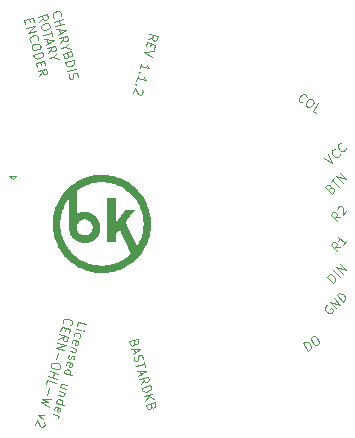
<source format=gto>
%TF.GenerationSoftware,KiCad,Pcbnew,(6.0.2)*%
%TF.CreationDate,2022-05-03T01:00:42+10:00*%
%TF.ProjectId,adapter,61646170-7465-4722-9e6b-696361645f70,1.2*%
%TF.SameCoordinates,Original*%
%TF.FileFunction,Legend,Top*%
%TF.FilePolarity,Positive*%
%FSLAX46Y46*%
G04 Gerber Fmt 4.6, Leading zero omitted, Abs format (unit mm)*
G04 Created by KiCad (PCBNEW (6.0.2)) date 2022-05-03 01:00:42*
%MOMM*%
%LPD*%
G01*
G04 APERTURE LIST*
%ADD10C,0.100000*%
%ADD11C,0.150000*%
%ADD12C,0.120000*%
%ADD13R,2.000000X2.000000*%
%ADD14C,2.000000*%
%ADD15R,3.200000X2.000000*%
%ADD16O,1.700000X1.700000*%
%ADD17R,1.700000X1.700000*%
%ADD18C,4.000000*%
%ADD19C,0.800000*%
G04 APERTURE END LIST*
D10*
X50399976Y-52198693D02*
X50492412Y-51853720D01*
X51216856Y-52047834D01*
X50335272Y-52440175D02*
X50818235Y-52569584D01*
X51059716Y-52634289D02*
X51034462Y-52590548D01*
X50990721Y-52615802D01*
X51015975Y-52659543D01*
X51059716Y-52634289D01*
X50990721Y-52615802D01*
X50194142Y-53104868D02*
X50178131Y-53026630D01*
X50215106Y-52888640D01*
X50268090Y-52828889D01*
X50311831Y-52803635D01*
X50390069Y-52787625D01*
X50597053Y-52843086D01*
X50656804Y-52896071D01*
X50682058Y-52939812D01*
X50698069Y-53018050D01*
X50661094Y-53156039D01*
X50608110Y-53215790D01*
X50037002Y-53691323D02*
X50020991Y-53613085D01*
X50057965Y-53475095D01*
X50110950Y-53415344D01*
X50189188Y-53399334D01*
X50465167Y-53473282D01*
X50524918Y-53526267D01*
X50540928Y-53604505D01*
X50503954Y-53742494D01*
X50450970Y-53802245D01*
X50372732Y-53818256D01*
X50303737Y-53799769D01*
X50327178Y-53436308D01*
X50393032Y-54156462D02*
X49910069Y-54027053D01*
X50324037Y-54137975D02*
X50349291Y-54181716D01*
X50365301Y-54259955D01*
X50337571Y-54363447D01*
X50284586Y-54423198D01*
X50206348Y-54439208D01*
X49826877Y-54337529D01*
X49778183Y-54657249D02*
X49725198Y-54717000D01*
X49688224Y-54854989D01*
X49704234Y-54933228D01*
X49763985Y-54986212D01*
X49798483Y-54995456D01*
X49876721Y-54979445D01*
X49929705Y-54919694D01*
X49957436Y-54816202D01*
X50010420Y-54756451D01*
X50088659Y-54740441D01*
X50123156Y-54749684D01*
X50182907Y-54802669D01*
X50198918Y-54880907D01*
X50171187Y-54984399D01*
X50118202Y-55044150D01*
X49537851Y-55554180D02*
X49521840Y-55475942D01*
X49558814Y-55337952D01*
X49611799Y-55278201D01*
X49690037Y-55262191D01*
X49966016Y-55336139D01*
X50025767Y-55389124D01*
X50041777Y-55467362D01*
X50004803Y-55605351D01*
X49951819Y-55665102D01*
X49873581Y-55681113D01*
X49804586Y-55662626D01*
X49828027Y-55299165D01*
X49327726Y-56200386D02*
X50052170Y-56394500D01*
X49362223Y-56209630D02*
X49346213Y-56131391D01*
X49383187Y-55993402D01*
X49436172Y-55933651D01*
X49479913Y-55908397D01*
X49558151Y-55892387D01*
X49765135Y-55947848D01*
X49824886Y-56000832D01*
X49850140Y-56044573D01*
X49866150Y-56122811D01*
X49829176Y-56260801D01*
X49776192Y-56320552D01*
X49487165Y-57537203D02*
X49004202Y-57407793D01*
X49570357Y-57226727D02*
X49190886Y-57125048D01*
X49112648Y-57141058D01*
X49059663Y-57200809D01*
X49031933Y-57304301D01*
X49047943Y-57382540D01*
X49073197Y-57426280D01*
X49394730Y-57882176D02*
X48911767Y-57752767D01*
X49325735Y-57863689D02*
X49350989Y-57907430D01*
X49366999Y-57985668D01*
X49339269Y-58089160D01*
X49286284Y-58148912D01*
X49208046Y-58164922D01*
X48828575Y-58063243D01*
X48652948Y-58718693D02*
X49377392Y-58912807D01*
X48687445Y-58727936D02*
X48671435Y-58649698D01*
X48708409Y-58511709D01*
X48761393Y-58451957D01*
X48805134Y-58426704D01*
X48883373Y-58410693D01*
X49090357Y-58466155D01*
X49150108Y-58519139D01*
X49175362Y-58562880D01*
X49191372Y-58641118D01*
X49154398Y-58779107D01*
X49101413Y-58838859D01*
X48521061Y-59348889D02*
X48505051Y-59270650D01*
X48542025Y-59132661D01*
X48595010Y-59072910D01*
X48673248Y-59056899D01*
X48949227Y-59130848D01*
X49008978Y-59183832D01*
X49024988Y-59262070D01*
X48988014Y-59400060D01*
X48935030Y-59459811D01*
X48856791Y-59475821D01*
X48787797Y-59457334D01*
X48811237Y-59093874D01*
X48394129Y-59684618D02*
X48877092Y-59814028D01*
X48739102Y-59777054D02*
X48798853Y-59830038D01*
X48824107Y-59873779D01*
X48840118Y-59952017D01*
X48821630Y-60021012D01*
X49284129Y-51973651D02*
X49258875Y-51929910D01*
X49252108Y-51817175D01*
X49270596Y-51748180D01*
X49332823Y-51653931D01*
X49420305Y-51603424D01*
X49498543Y-51587414D01*
X49645776Y-51589890D01*
X49749268Y-51617621D01*
X49878014Y-51689092D01*
X49937766Y-51742077D01*
X49988273Y-51829559D01*
X49995040Y-51942294D01*
X49976553Y-52011289D01*
X49914325Y-52105537D01*
X49870584Y-52130791D01*
X49511413Y-52367319D02*
X49446709Y-52608801D01*
X49039507Y-52610614D02*
X49131942Y-52265640D01*
X49856387Y-52459754D01*
X49763951Y-52804728D01*
X48845393Y-53335058D02*
X49255071Y-53186012D01*
X48956315Y-52921090D02*
X49680760Y-53115204D01*
X49606811Y-53391183D01*
X49553827Y-53450934D01*
X49510086Y-53476188D01*
X49431848Y-53492198D01*
X49328356Y-53464468D01*
X49268605Y-53411483D01*
X49243351Y-53367742D01*
X49227340Y-53289504D01*
X49301289Y-53013525D01*
X48762201Y-53645534D02*
X49486645Y-53839649D01*
X48651279Y-54059502D01*
X49375723Y-54253617D01*
X48834822Y-54478424D02*
X48686925Y-55030382D01*
X49005981Y-55633511D02*
X48969007Y-55771500D01*
X48916023Y-55831251D01*
X48828541Y-55881759D01*
X48681308Y-55879282D01*
X48439827Y-55814577D01*
X48311081Y-55743106D01*
X48260573Y-55655624D01*
X48244563Y-55577386D01*
X48281537Y-55439396D01*
X48334521Y-55379645D01*
X48422003Y-55329138D01*
X48569236Y-55331614D01*
X48810718Y-55396319D01*
X48939463Y-55467791D01*
X48989971Y-55555273D01*
X49005981Y-55633511D01*
X48115153Y-56060349D02*
X48839598Y-56254463D01*
X48494624Y-56162028D02*
X48383702Y-56575996D01*
X48004231Y-56474317D02*
X48728675Y-56668431D01*
X47819360Y-57164264D02*
X47911796Y-56819291D01*
X48636240Y-57013405D01*
X48030634Y-57479694D02*
X47882738Y-58031651D01*
X48257255Y-58427796D02*
X47486593Y-58406169D01*
X47967079Y-58682811D01*
X47412645Y-58682147D01*
X48090871Y-59048749D01*
X47646032Y-59742985D02*
X47116851Y-59786063D01*
X47553597Y-60087959D01*
X47661379Y-60375658D02*
X47686632Y-60419399D01*
X47702643Y-60497637D01*
X47656425Y-60670124D01*
X47603441Y-60729875D01*
X47559700Y-60755129D01*
X47481461Y-60771139D01*
X47412467Y-60752652D01*
X47318218Y-60690424D01*
X47015172Y-60165534D01*
X46895006Y-60613999D01*
X72751522Y-43028299D02*
X72322208Y-42952538D01*
X72448477Y-43331345D02*
X71918147Y-42801015D01*
X72120177Y-42598984D01*
X72195938Y-42573730D01*
X72246446Y-42573730D01*
X72322208Y-42598984D01*
X72397969Y-42674746D01*
X72423223Y-42750507D01*
X72423223Y-42801015D01*
X72397969Y-42876776D01*
X72195938Y-43078807D01*
X72473730Y-42346446D02*
X72473730Y-42295938D01*
X72498984Y-42220177D01*
X72625253Y-42093908D01*
X72701015Y-42068654D01*
X72751522Y-42068654D01*
X72827284Y-42093908D01*
X72877791Y-42144416D01*
X72928299Y-42245431D01*
X72928299Y-42851522D01*
X73256599Y-42523223D01*
X71640354Y-50458896D02*
X71564593Y-50484150D01*
X71488832Y-50559912D01*
X71438324Y-50660927D01*
X71438324Y-50761942D01*
X71463578Y-50837704D01*
X71539339Y-50963973D01*
X71615101Y-51039734D01*
X71741370Y-51115496D01*
X71817131Y-51140749D01*
X71918146Y-51140749D01*
X72019162Y-51090242D01*
X72069669Y-51039734D01*
X72120177Y-50938719D01*
X72120177Y-50888211D01*
X71943400Y-50711435D01*
X71842385Y-50812450D01*
X72397969Y-50711435D02*
X71867639Y-50181105D01*
X72701015Y-50408389D01*
X72170685Y-49878059D01*
X72953553Y-50155851D02*
X72423223Y-49625521D01*
X72549492Y-49499252D01*
X72650507Y-49448744D01*
X72751522Y-49448744D01*
X72827284Y-49473998D01*
X72953553Y-49549759D01*
X73029314Y-49625521D01*
X73105076Y-49751790D01*
X73130329Y-49827551D01*
X73130329Y-49928566D01*
X73079822Y-50029582D01*
X72953553Y-50155851D01*
X71892892Y-40564062D02*
X71993907Y-40513554D01*
X72044415Y-40513554D01*
X72120176Y-40538808D01*
X72195938Y-40614569D01*
X72221192Y-40690331D01*
X72221192Y-40740838D01*
X72195938Y-40816600D01*
X71993907Y-41018630D01*
X71463577Y-40488300D01*
X71640354Y-40311523D01*
X71716115Y-40286270D01*
X71766623Y-40286270D01*
X71842384Y-40311523D01*
X71892892Y-40362031D01*
X71918146Y-40437792D01*
X71918146Y-40488300D01*
X71892892Y-40564062D01*
X71716115Y-40740838D01*
X71918146Y-40033731D02*
X72221192Y-39730686D01*
X72599999Y-40412539D02*
X72069669Y-39882209D01*
X72928298Y-40084239D02*
X72397968Y-39553909D01*
X73231344Y-39781193D01*
X72701014Y-39250863D01*
X55294615Y-53647087D02*
X55287848Y-53759822D01*
X55262594Y-53803563D01*
X55202843Y-53856548D01*
X55099351Y-53884278D01*
X55021113Y-53868268D01*
X54977372Y-53843014D01*
X54924388Y-53783263D01*
X54850439Y-53507284D01*
X55574884Y-53313170D01*
X55639588Y-53554651D01*
X55623578Y-53632890D01*
X55598324Y-53676631D01*
X55538573Y-53729615D01*
X55469578Y-53748102D01*
X55391340Y-53732092D01*
X55347599Y-53706838D01*
X55294615Y-53647087D01*
X55229910Y-53405605D01*
X55242294Y-54141770D02*
X55334730Y-54486744D01*
X55016823Y-54128237D02*
X55805972Y-54175604D01*
X55146232Y-54611200D01*
X55236191Y-54808940D02*
X55229424Y-54921676D01*
X55275642Y-55094162D01*
X55328626Y-55153914D01*
X55372367Y-55179167D01*
X55450606Y-55195178D01*
X55519600Y-55176691D01*
X55579351Y-55123706D01*
X55604605Y-55079965D01*
X55620616Y-55001727D01*
X55618139Y-54854494D01*
X55634149Y-54776256D01*
X55659403Y-54732515D01*
X55719154Y-54679531D01*
X55788149Y-54661044D01*
X55866387Y-54677054D01*
X55910128Y-54702308D01*
X55963112Y-54762059D01*
X56009330Y-54934546D01*
X56002563Y-55047281D01*
X56092522Y-55245022D02*
X56203444Y-55658990D01*
X55423539Y-55646120D02*
X56147983Y-55452006D01*
X55741445Y-56004627D02*
X55833881Y-56349601D01*
X55515974Y-55991094D02*
X56305123Y-56038461D01*
X55645384Y-56474056D01*
X55821011Y-57129506D02*
X56101279Y-56795589D01*
X55710088Y-56715538D02*
X56434533Y-56521424D01*
X56508481Y-56797402D01*
X56492471Y-56875641D01*
X56467217Y-56919382D01*
X56407466Y-56972366D01*
X56303974Y-57000097D01*
X56225735Y-56984086D01*
X56181995Y-56958833D01*
X56129010Y-56899081D01*
X56055062Y-56623103D01*
X55904203Y-57439982D02*
X56628647Y-57245868D01*
X56674865Y-57418355D01*
X56668098Y-57531090D01*
X56617590Y-57618572D01*
X56557839Y-57671557D01*
X56429093Y-57743028D01*
X56325601Y-57770759D01*
X56178368Y-57773235D01*
X56100130Y-57757225D01*
X56012648Y-57706718D01*
X55950420Y-57612469D01*
X55904203Y-57439982D01*
X56098317Y-58164427D02*
X56822761Y-57970312D01*
X56209239Y-58578395D02*
X56540016Y-58156996D01*
X56933684Y-58384281D02*
X56408793Y-58081235D01*
X56736607Y-59028674D02*
X56729840Y-59141409D01*
X56704586Y-59185150D01*
X56644835Y-59238134D01*
X56541343Y-59265865D01*
X56463105Y-59249855D01*
X56419364Y-59224601D01*
X56366379Y-59164850D01*
X56292431Y-58888871D01*
X57016875Y-58694757D01*
X57081580Y-58936238D01*
X57065570Y-59014476D01*
X57040316Y-59058217D01*
X56980565Y-59111202D01*
X56911570Y-59129689D01*
X56833332Y-59113679D01*
X56789591Y-59088425D01*
X56736607Y-59028674D01*
X56671902Y-58787192D01*
X69529370Y-33289112D02*
X69479630Y-33297882D01*
X69371379Y-33265683D01*
X69312868Y-33224714D01*
X69245587Y-33134003D01*
X69228046Y-33034523D01*
X69239760Y-32955527D01*
X69292444Y-32818021D01*
X69353898Y-32730254D01*
X69465093Y-32633717D01*
X69535319Y-32595691D01*
X69634799Y-32578150D01*
X69743050Y-32610349D01*
X69801561Y-32651319D01*
X69868843Y-32742029D01*
X69877613Y-32791770D01*
X70298904Y-32999562D02*
X70415925Y-33081502D01*
X70453951Y-33151727D01*
X70471492Y-33251207D01*
X70418808Y-33388714D01*
X70275414Y-33593502D01*
X70164219Y-33690039D01*
X70064739Y-33707580D01*
X69985743Y-33695866D01*
X69868721Y-33613926D01*
X69830695Y-33543701D01*
X69813154Y-33444220D01*
X69865838Y-33306714D01*
X70009232Y-33101926D01*
X70120427Y-33005389D01*
X70219908Y-32987848D01*
X70298904Y-32999562D01*
X70687873Y-34187503D02*
X70395319Y-33982654D01*
X70825501Y-33368290D01*
X70023891Y-54307926D02*
X69593709Y-53693562D01*
X69739986Y-53591138D01*
X69848237Y-53558939D01*
X69947718Y-53576480D01*
X70017943Y-53614506D01*
X70129138Y-53711043D01*
X70190593Y-53798809D01*
X70243277Y-53936316D01*
X70254991Y-54015311D01*
X70237450Y-54114792D01*
X70170168Y-54205502D01*
X70023891Y-54307926D01*
X70325095Y-53181441D02*
X70442116Y-53099501D01*
X70521112Y-53087787D01*
X70620593Y-53105328D01*
X70731788Y-53201865D01*
X70875182Y-53406653D01*
X70927866Y-53544159D01*
X70910325Y-53643640D01*
X70872299Y-53713865D01*
X70755277Y-53795805D01*
X70676281Y-53807519D01*
X70576801Y-53789978D01*
X70465606Y-53693441D01*
X70322212Y-53488653D01*
X70269528Y-53351146D01*
X70287069Y-53251666D01*
X70325095Y-53181441D01*
X48494588Y-26113042D02*
X48450847Y-26087788D01*
X48388619Y-25993540D01*
X48370132Y-25924545D01*
X48376899Y-25811810D01*
X48427406Y-25724328D01*
X48487157Y-25671343D01*
X48615903Y-25599872D01*
X48719395Y-25572141D01*
X48866628Y-25569664D01*
X48944866Y-25585675D01*
X49032348Y-25636182D01*
X49094576Y-25730431D01*
X49113063Y-25799426D01*
X49106297Y-25912161D01*
X49081043Y-25955902D01*
X48508785Y-26442005D02*
X49233229Y-26247891D01*
X48888256Y-26340326D02*
X48999178Y-26754295D01*
X48619707Y-26855974D02*
X49344152Y-26661859D01*
X48909883Y-27110989D02*
X49002319Y-27455962D01*
X48684412Y-27097455D02*
X49473561Y-27144822D01*
X48813822Y-27580418D01*
X48989449Y-28235868D02*
X49269718Y-27901951D01*
X48878526Y-27821899D02*
X49602971Y-27627785D01*
X49676919Y-27903764D01*
X49660909Y-27982002D01*
X49635655Y-28025743D01*
X49575904Y-28078728D01*
X49472412Y-28106458D01*
X49394173Y-28090448D01*
X49350433Y-28065194D01*
X49297448Y-28005443D01*
X49223500Y-27729464D01*
X49454588Y-28591898D02*
X49109615Y-28684333D01*
X49769354Y-28248737D02*
X49454588Y-28591898D01*
X49898764Y-28731700D01*
X49683200Y-29307099D02*
X49676433Y-29419834D01*
X49651179Y-29463575D01*
X49591428Y-29516560D01*
X49487936Y-29544290D01*
X49409698Y-29528280D01*
X49365957Y-29503026D01*
X49312973Y-29443275D01*
X49239024Y-29167296D01*
X49963469Y-28973182D01*
X50028173Y-29214663D01*
X50012163Y-29292902D01*
X49986909Y-29336642D01*
X49927158Y-29389627D01*
X49858163Y-29408114D01*
X49779925Y-29392104D01*
X49736184Y-29366850D01*
X49683200Y-29307099D01*
X49618495Y-29065617D01*
X49433139Y-29891741D02*
X50157583Y-29697626D01*
X50203801Y-29870113D01*
X50197034Y-29982849D01*
X50146526Y-30070330D01*
X50086775Y-30123315D01*
X49958029Y-30194786D01*
X49854537Y-30222517D01*
X49707304Y-30224994D01*
X49629066Y-30208983D01*
X49541584Y-30158476D01*
X49479356Y-30064227D01*
X49433139Y-29891741D01*
X49627253Y-30616185D02*
X50351697Y-30422071D01*
X49744942Y-30917417D02*
X49738175Y-31030153D01*
X49784393Y-31202640D01*
X49837377Y-31262391D01*
X49881118Y-31287645D01*
X49959357Y-31303655D01*
X50028351Y-31285168D01*
X50088102Y-31232184D01*
X50113356Y-31188443D01*
X50129367Y-31110204D01*
X50126890Y-30962972D01*
X50142900Y-30884733D01*
X50168154Y-30840992D01*
X50227905Y-30788008D01*
X50296900Y-30769521D01*
X50375138Y-30785531D01*
X50418879Y-30810785D01*
X50471863Y-30870536D01*
X50518081Y-31043023D01*
X50511314Y-31155758D01*
X47259238Y-26444053D02*
X47539507Y-26110136D01*
X47148316Y-26030085D02*
X47872760Y-25835971D01*
X47946708Y-26111950D01*
X47930698Y-26190188D01*
X47905444Y-26233929D01*
X47845693Y-26286913D01*
X47742201Y-26314644D01*
X47663963Y-26298633D01*
X47620222Y-26273380D01*
X47567237Y-26213628D01*
X47493289Y-25937650D01*
X48103848Y-26698405D02*
X48140823Y-26836394D01*
X48124812Y-26914632D01*
X48074305Y-27002114D01*
X47945559Y-27073585D01*
X47704077Y-27138290D01*
X47556844Y-27140767D01*
X47469363Y-27090259D01*
X47416378Y-27030508D01*
X47379404Y-26892519D01*
X47395414Y-26814281D01*
X47445922Y-26726799D01*
X47574668Y-26655327D01*
X47816149Y-26590623D01*
X47963382Y-26588146D01*
X48050864Y-26638653D01*
X48103848Y-26698405D01*
X48242501Y-27215865D02*
X48353424Y-27629833D01*
X47573518Y-27616963D02*
X48297963Y-27422849D01*
X47891425Y-27975470D02*
X47983860Y-28320444D01*
X47665954Y-27961937D02*
X48455103Y-28009304D01*
X47795363Y-28444900D01*
X47970990Y-29100349D02*
X48251259Y-28766432D01*
X47860068Y-28686381D02*
X48584512Y-28492267D01*
X48658461Y-28768246D01*
X48642450Y-28846484D01*
X48617197Y-28890225D01*
X48557445Y-28943209D01*
X48453953Y-28970940D01*
X48375715Y-28954929D01*
X48331974Y-28929676D01*
X48278990Y-28869924D01*
X48205041Y-28593946D01*
X48436130Y-29456379D02*
X48091156Y-29548815D01*
X48750896Y-29113219D02*
X48436130Y-29456379D01*
X48880306Y-29596182D01*
X46361431Y-26240930D02*
X46426136Y-26482412D01*
X46074396Y-26687583D02*
X45981961Y-26342609D01*
X46706405Y-26148495D01*
X46798840Y-26493468D01*
X46157588Y-26998059D02*
X46882032Y-26803944D01*
X46268510Y-27412027D01*
X46992955Y-27217913D01*
X46540863Y-28152482D02*
X46497122Y-28127228D01*
X46434894Y-28032979D01*
X46416407Y-27963985D01*
X46423174Y-27851249D01*
X46473681Y-27763767D01*
X46533432Y-27710783D01*
X46662178Y-27639311D01*
X46765670Y-27611581D01*
X46912903Y-27609104D01*
X46991141Y-27625114D01*
X47078623Y-27675622D01*
X47140851Y-27769870D01*
X47159338Y-27838865D01*
X47152572Y-27951601D01*
X47127318Y-27995341D01*
X47316478Y-28425320D02*
X47353453Y-28563309D01*
X47337442Y-28641548D01*
X47286935Y-28729029D01*
X47158189Y-28800501D01*
X46916707Y-28865206D01*
X46769474Y-28867682D01*
X46681993Y-28817175D01*
X46629008Y-28757424D01*
X46592034Y-28619434D01*
X46608044Y-28541196D01*
X46658552Y-28453714D01*
X46787298Y-28382243D01*
X47028779Y-28317538D01*
X47176012Y-28315061D01*
X47263494Y-28365569D01*
X47316478Y-28425320D01*
X46758418Y-29240387D02*
X47482862Y-29046272D01*
X47529080Y-29218759D01*
X47522313Y-29331495D01*
X47471805Y-29418976D01*
X47412054Y-29471961D01*
X47283308Y-29543432D01*
X47179816Y-29571163D01*
X47032583Y-29573640D01*
X46954345Y-29557629D01*
X46866863Y-29507122D01*
X46804635Y-29412873D01*
X46758418Y-29240387D01*
X47332003Y-29863152D02*
X47396708Y-30104633D01*
X47044967Y-30309804D02*
X46952532Y-29964831D01*
X47676976Y-29770717D01*
X47769412Y-30115690D01*
X47239082Y-31034249D02*
X47519350Y-30700332D01*
X47128159Y-30620281D02*
X47852604Y-30426166D01*
X47926552Y-30702145D01*
X47910542Y-30780383D01*
X47885288Y-30824124D01*
X47825537Y-30877109D01*
X47722045Y-30904839D01*
X47643806Y-30888829D01*
X47600065Y-30863575D01*
X47547081Y-30803824D01*
X47473133Y-30527845D01*
X71362562Y-38036688D02*
X72069669Y-38390242D01*
X71716115Y-37683135D01*
X72675760Y-37683135D02*
X72675760Y-37733643D01*
X72625253Y-37834658D01*
X72574745Y-37885166D01*
X72473730Y-37935673D01*
X72372714Y-37935673D01*
X72296953Y-37910419D01*
X72170684Y-37834658D01*
X72094922Y-37758896D01*
X72019161Y-37632627D01*
X71993907Y-37556866D01*
X71993907Y-37455851D01*
X72044415Y-37354835D01*
X72094922Y-37304328D01*
X72195938Y-37253820D01*
X72246445Y-37253820D01*
X73206090Y-37152805D02*
X73206090Y-37203313D01*
X73155583Y-37304328D01*
X73105075Y-37354835D01*
X73004060Y-37405343D01*
X72903044Y-37405343D01*
X72827283Y-37380089D01*
X72701014Y-37304328D01*
X72625253Y-37228566D01*
X72549491Y-37102297D01*
X72524237Y-37026536D01*
X72524237Y-36925521D01*
X72574745Y-36824505D01*
X72625253Y-36773998D01*
X72726268Y-36723490D01*
X72776775Y-36723490D01*
X72751522Y-45568299D02*
X72322208Y-45492538D01*
X72448477Y-45871345D02*
X71918147Y-45341015D01*
X72120177Y-45138984D01*
X72195938Y-45113730D01*
X72246446Y-45113730D01*
X72322208Y-45138984D01*
X72397969Y-45214746D01*
X72423223Y-45290507D01*
X72423223Y-45341015D01*
X72397969Y-45416776D01*
X72195938Y-45618807D01*
X73256599Y-45063223D02*
X72953553Y-45366269D01*
X73105076Y-45214746D02*
X72574746Y-44684416D01*
X72600000Y-44810685D01*
X72600000Y-44911700D01*
X72574746Y-44987461D01*
X72145431Y-48562868D02*
X71615101Y-48032538D01*
X71741370Y-47906269D01*
X71842385Y-47855761D01*
X71943400Y-47855761D01*
X72019162Y-47881015D01*
X72145431Y-47956776D01*
X72221192Y-48032538D01*
X72296954Y-48158807D01*
X72322207Y-48234568D01*
X72322207Y-48335583D01*
X72271700Y-48436599D01*
X72145431Y-48562868D01*
X72675761Y-48032538D02*
X72145431Y-47502208D01*
X72928299Y-47780000D02*
X72397969Y-47249669D01*
X73231345Y-47476954D01*
X72701015Y-46946624D01*
X56426887Y-27892345D02*
X56836565Y-27743299D01*
X56537809Y-27478377D02*
X57262254Y-27672491D01*
X57188305Y-27948470D01*
X57135321Y-28008221D01*
X57091580Y-28033475D01*
X57013342Y-28049485D01*
X56909850Y-28021754D01*
X56850099Y-27968770D01*
X56824845Y-27925029D01*
X56808835Y-27846791D01*
X56882783Y-27570812D01*
X56723166Y-28304500D02*
X56658461Y-28545981D01*
X56251260Y-28547795D02*
X56343695Y-28202821D01*
X57068139Y-28396935D01*
X56975704Y-28741909D01*
X56920243Y-28948893D02*
X56131094Y-28996260D01*
X56790833Y-29431856D01*
X55752109Y-30410651D02*
X55863031Y-29996683D01*
X55807570Y-30203667D02*
X56532014Y-30397782D01*
X56447009Y-30301056D01*
X56396502Y-30213575D01*
X56380491Y-30135336D01*
X55737912Y-30739615D02*
X55694171Y-30764869D01*
X55668917Y-30721128D01*
X55712658Y-30695874D01*
X55737912Y-30739615D01*
X55668917Y-30721128D01*
X55474803Y-31445572D02*
X55585725Y-31031604D01*
X55530264Y-31238588D02*
X56254708Y-31432702D01*
X56169703Y-31335977D01*
X56119196Y-31248495D01*
X56103185Y-31170257D01*
X55460605Y-31774535D02*
X55416865Y-31799789D01*
X55391611Y-31756048D01*
X55435352Y-31730794D01*
X55460605Y-31774535D01*
X55391611Y-31756048D01*
X55963869Y-32242152D02*
X55989122Y-32285892D01*
X56005133Y-32364131D01*
X55958915Y-32536617D01*
X55905931Y-32596369D01*
X55862190Y-32621622D01*
X55783951Y-32637633D01*
X55714957Y-32619146D01*
X55620708Y-32556918D01*
X55317662Y-32032027D01*
X55197496Y-32480493D01*
D11*
%TO.C,*%
D12*
%TO.C,SW1*%
X45300000Y-39500000D02*
X45000000Y-39800000D01*
X44700000Y-39500000D02*
X45300000Y-39500000D01*
X45000000Y-39800000D02*
X44700000Y-39500000D01*
%TO.C,G\u002A\u002A\u002A*%
G36*
X48392480Y-43521094D02*
G01*
X48393991Y-43439711D01*
X48396466Y-43364345D01*
X48400048Y-43293199D01*
X48404876Y-43224479D01*
X48411092Y-43156391D01*
X48418836Y-43087139D01*
X48428248Y-43014929D01*
X48436807Y-42955603D01*
X48467030Y-42779836D01*
X48504755Y-42606106D01*
X48549846Y-42434629D01*
X48602165Y-42265621D01*
X48661575Y-42099299D01*
X48727938Y-41935880D01*
X48801116Y-41775580D01*
X48880973Y-41618616D01*
X48967371Y-41465204D01*
X49060172Y-41315562D01*
X49159239Y-41169905D01*
X49264435Y-41028450D01*
X49375622Y-40891414D01*
X49492663Y-40759014D01*
X49615420Y-40631466D01*
X49743756Y-40508986D01*
X49877533Y-40391792D01*
X50016614Y-40280099D01*
X50160862Y-40174126D01*
X50233055Y-40124575D01*
X50385036Y-40027312D01*
X50540973Y-39936785D01*
X50700589Y-39853137D01*
X50863607Y-39776510D01*
X51029751Y-39707045D01*
X51098964Y-39680572D01*
X51256020Y-39625552D01*
X51413622Y-39577290D01*
X51572576Y-39535613D01*
X51733687Y-39500345D01*
X51897760Y-39471309D01*
X52065600Y-39448330D01*
X52238012Y-39431233D01*
X52243692Y-39430775D01*
X52297379Y-39427218D01*
X52357441Y-39424555D01*
X52422450Y-39422777D01*
X52490980Y-39421875D01*
X52561604Y-39421837D01*
X52632894Y-39422656D01*
X52703422Y-39424321D01*
X52771763Y-39426823D01*
X52836489Y-39430153D01*
X52896172Y-39434300D01*
X52907359Y-39435225D01*
X53085810Y-39454336D01*
X53262779Y-39481108D01*
X53438047Y-39515448D01*
X53611395Y-39557266D01*
X53782605Y-39606470D01*
X53951456Y-39662969D01*
X54117730Y-39726671D01*
X54281208Y-39797485D01*
X54441671Y-39875319D01*
X54598899Y-39960082D01*
X54752674Y-40051683D01*
X54902775Y-40150029D01*
X55048985Y-40255030D01*
X55191084Y-40366594D01*
X55243469Y-40410275D01*
X55323807Y-40480631D01*
X55405778Y-40556721D01*
X55487924Y-40637059D01*
X55568793Y-40720156D01*
X55646929Y-40804525D01*
X55720876Y-40888678D01*
X55775991Y-40954783D01*
X55887030Y-41097589D01*
X55991305Y-41244268D01*
X56088758Y-41394608D01*
X56179331Y-41548394D01*
X56262967Y-41705412D01*
X56339606Y-41865449D01*
X56409192Y-42028291D01*
X56471667Y-42193724D01*
X56526973Y-42361535D01*
X56575052Y-42531508D01*
X56615846Y-42703432D01*
X56649297Y-42877091D01*
X56675348Y-43052272D01*
X56693941Y-43228762D01*
X56705017Y-43406346D01*
X56708520Y-43584810D01*
X56704390Y-43763941D01*
X56692571Y-43943525D01*
X56673005Y-44123348D01*
X56659254Y-44220105D01*
X56628282Y-44395876D01*
X56589851Y-44569464D01*
X56544103Y-44740663D01*
X56491183Y-44909268D01*
X56431231Y-45075075D01*
X56364389Y-45237878D01*
X56290802Y-45397472D01*
X56210609Y-45553652D01*
X56123955Y-45706213D01*
X56030982Y-45854950D01*
X55931831Y-45999658D01*
X55826645Y-46140133D01*
X55715566Y-46276168D01*
X55598738Y-46407559D01*
X55476301Y-46534101D01*
X55348399Y-46655589D01*
X55215173Y-46771818D01*
X55076767Y-46882583D01*
X54933322Y-46987678D01*
X54784981Y-47086900D01*
X54631886Y-47180042D01*
X54586162Y-47206144D01*
X54426849Y-47291283D01*
X54264544Y-47369175D01*
X54099382Y-47439776D01*
X53931495Y-47503045D01*
X53761020Y-47558938D01*
X53588088Y-47607413D01*
X53412836Y-47648428D01*
X53235396Y-47681940D01*
X53055903Y-47707906D01*
X52976082Y-47716953D01*
X52921137Y-47722009D01*
X52860394Y-47726445D01*
X52795379Y-47730217D01*
X52727618Y-47733282D01*
X52658638Y-47735596D01*
X52589965Y-47737117D01*
X52523125Y-47737801D01*
X52459645Y-47737604D01*
X52401050Y-47736483D01*
X52353648Y-47734644D01*
X52171100Y-47721568D01*
X51990398Y-47700915D01*
X51811704Y-47672744D01*
X51635174Y-47637117D01*
X51460968Y-47594094D01*
X51289244Y-47543736D01*
X51120160Y-47486103D01*
X50953877Y-47421257D01*
X50790551Y-47349256D01*
X50630342Y-47270164D01*
X50473409Y-47184039D01*
X50319909Y-47090943D01*
X50170003Y-46990936D01*
X50023847Y-46884080D01*
X49924783Y-46805991D01*
X49841872Y-46736437D01*
X49757556Y-46661531D01*
X49673324Y-46582730D01*
X49590661Y-46501488D01*
X49511057Y-46419260D01*
X49435998Y-46337501D01*
X49380275Y-46273469D01*
X49265438Y-46131966D01*
X49157242Y-45986276D01*
X49055730Y-45836476D01*
X48960949Y-45682645D01*
X48872944Y-45524862D01*
X48791761Y-45363206D01*
X48717445Y-45197754D01*
X48650042Y-45028586D01*
X48633622Y-44983911D01*
X48580683Y-44826791D01*
X48533762Y-44665450D01*
X48493098Y-44500992D01*
X48458932Y-44334517D01*
X48431505Y-44167128D01*
X48411057Y-43999924D01*
X48405225Y-43937359D01*
X48400826Y-43881593D01*
X48397361Y-43827904D01*
X48394779Y-43774693D01*
X48393034Y-43720359D01*
X48392074Y-43663300D01*
X48391852Y-43601916D01*
X48392031Y-43576073D01*
X49022504Y-43576073D01*
X49022818Y-43641015D01*
X49023920Y-43700300D01*
X49025910Y-43756093D01*
X49028892Y-43810559D01*
X49032968Y-43865865D01*
X49038239Y-43924177D01*
X49039543Y-43937359D01*
X49059941Y-44101746D01*
X49087956Y-44264414D01*
X49123499Y-44425143D01*
X49166476Y-44583714D01*
X49216797Y-44739908D01*
X49274370Y-44893505D01*
X49339104Y-45044286D01*
X49410906Y-45192031D01*
X49489687Y-45336521D01*
X49575353Y-45477537D01*
X49667814Y-45614859D01*
X49766977Y-45748267D01*
X49824815Y-45820470D01*
X49912655Y-45922828D01*
X50006748Y-46024122D01*
X50105508Y-46122774D01*
X50207352Y-46217205D01*
X50310695Y-46305835D01*
X50317486Y-46311406D01*
X50446758Y-46412188D01*
X50580383Y-46506671D01*
X50718044Y-46594731D01*
X50859427Y-46676242D01*
X51004217Y-46751079D01*
X51152098Y-46819118D01*
X51302757Y-46880233D01*
X51455877Y-46934299D01*
X51611144Y-46981192D01*
X51768242Y-47020786D01*
X51926858Y-47052956D01*
X52086674Y-47077578D01*
X52247378Y-47094525D01*
X52300633Y-47098418D01*
X52324391Y-47099970D01*
X52346930Y-47101454D01*
X52366431Y-47102750D01*
X52381074Y-47103736D01*
X52387028Y-47104148D01*
X52399182Y-47104648D01*
X52418138Y-47104967D01*
X52442844Y-47105119D01*
X52472250Y-47105116D01*
X52505306Y-47104973D01*
X52540960Y-47104702D01*
X52578163Y-47104316D01*
X52615864Y-47103830D01*
X52653013Y-47103255D01*
X52688558Y-47102606D01*
X52721449Y-47101896D01*
X52750636Y-47101137D01*
X52775069Y-47100343D01*
X52793696Y-47099527D01*
X52803293Y-47098904D01*
X52897298Y-47090237D01*
X52985345Y-47080357D01*
X53069272Y-47069018D01*
X53150915Y-47055970D01*
X53230059Y-47041369D01*
X53393211Y-47005403D01*
X53553479Y-46962142D01*
X53710770Y-46911637D01*
X53864993Y-46853933D01*
X54016056Y-46789079D01*
X54163866Y-46717123D01*
X54308333Y-46638112D01*
X54449363Y-46552093D01*
X54586865Y-46459114D01*
X54720748Y-46359224D01*
X54850918Y-46252469D01*
X54977285Y-46138897D01*
X54984313Y-46132274D01*
X55029032Y-46090028D01*
X54531326Y-45057872D01*
X54490326Y-44972856D01*
X54450201Y-44889670D01*
X54411084Y-44808594D01*
X54373110Y-44729906D01*
X54336415Y-44653884D01*
X54301132Y-44580807D01*
X54267396Y-44510953D01*
X54235341Y-44444600D01*
X54205103Y-44382026D01*
X54176816Y-44323511D01*
X54150614Y-44269332D01*
X54126632Y-44219768D01*
X54105004Y-44175096D01*
X54085866Y-44135597D01*
X54069351Y-44101547D01*
X54055595Y-44073225D01*
X54044732Y-44050909D01*
X54036896Y-44034878D01*
X54032222Y-44025411D01*
X54030838Y-44022734D01*
X54028010Y-44025214D01*
X54020834Y-44033401D01*
X54009737Y-44046763D01*
X53995142Y-44064769D01*
X53977474Y-44086887D01*
X53957158Y-44112586D01*
X53934619Y-44141333D01*
X53910281Y-44172597D01*
X53885936Y-44204075D01*
X53743815Y-44388401D01*
X53743815Y-45146883D01*
X53017316Y-45146883D01*
X53017316Y-41369084D01*
X53743815Y-41369084D01*
X53743815Y-42414546D01*
X53743816Y-42521662D01*
X53743820Y-42621201D01*
X53743830Y-42713436D01*
X53743846Y-42798644D01*
X53743872Y-42877101D01*
X53743908Y-42949081D01*
X53743958Y-43014861D01*
X53744022Y-43074715D01*
X53744104Y-43128921D01*
X53744204Y-43177752D01*
X53744325Y-43221485D01*
X53744469Y-43260396D01*
X53744637Y-43294760D01*
X53744833Y-43324852D01*
X53745057Y-43350948D01*
X53745311Y-43373324D01*
X53745599Y-43392255D01*
X53745920Y-43408017D01*
X53746279Y-43420886D01*
X53746675Y-43431136D01*
X53747113Y-43439044D01*
X53747592Y-43444886D01*
X53748116Y-43448936D01*
X53748686Y-43451470D01*
X53749305Y-43452764D01*
X53749973Y-43453094D01*
X53750694Y-43452735D01*
X53751192Y-43452262D01*
X53754249Y-43448254D01*
X53761609Y-43438186D01*
X53773028Y-43422400D01*
X53788260Y-43401241D01*
X53807061Y-43375050D01*
X53829184Y-43344172D01*
X53854386Y-43308947D01*
X53882421Y-43269721D01*
X53913044Y-43226834D01*
X53946010Y-43180631D01*
X53981074Y-43131455D01*
X54017990Y-43079647D01*
X54056514Y-43025551D01*
X54096401Y-42969510D01*
X54128643Y-42924186D01*
X54169387Y-42866909D01*
X54208931Y-42811337D01*
X54247032Y-42757811D01*
X54283448Y-42706671D01*
X54317935Y-42658257D01*
X54350252Y-42612910D01*
X54380154Y-42570970D01*
X54407400Y-42532777D01*
X54431746Y-42498672D01*
X54452950Y-42468996D01*
X54470769Y-42444088D01*
X54484960Y-42424288D01*
X54495281Y-42409939D01*
X54501488Y-42401378D01*
X54503328Y-42398928D01*
X54505562Y-42398110D01*
X54510895Y-42397391D01*
X54519706Y-42396765D01*
X54532377Y-42396231D01*
X54549288Y-42395784D01*
X54570821Y-42395421D01*
X54597357Y-42395139D01*
X54629277Y-42394932D01*
X54666962Y-42394799D01*
X54710792Y-42394735D01*
X54761149Y-42394737D01*
X54818414Y-42394800D01*
X54882968Y-42394922D01*
X54916885Y-42395001D01*
X55325832Y-42396001D01*
X54935116Y-42898661D01*
X54892070Y-42954052D01*
X54850328Y-43007788D01*
X54810145Y-43059539D01*
X54771778Y-43108976D01*
X54735480Y-43155769D01*
X54701508Y-43199588D01*
X54670116Y-43240103D01*
X54641561Y-43276985D01*
X54616096Y-43309904D01*
X54593978Y-43338531D01*
X54575463Y-43362535D01*
X54560804Y-43381587D01*
X54550257Y-43395357D01*
X54544079Y-43403516D01*
X54542455Y-43405773D01*
X54543918Y-43409729D01*
X54548608Y-43420408D01*
X54556355Y-43437449D01*
X54566990Y-43460493D01*
X54580344Y-43489182D01*
X54596247Y-43523155D01*
X54614530Y-43562054D01*
X54635022Y-43605518D01*
X54657555Y-43653189D01*
X54681959Y-43704707D01*
X54708063Y-43759713D01*
X54735700Y-43817847D01*
X54764699Y-43878750D01*
X54794890Y-43942063D01*
X54826105Y-44007426D01*
X54840732Y-44038024D01*
X54874460Y-44108554D01*
X54908509Y-44179755D01*
X54942609Y-44251065D01*
X54976492Y-44321922D01*
X55009889Y-44391764D01*
X55042532Y-44460028D01*
X55074151Y-44526153D01*
X55104477Y-44589575D01*
X55133242Y-44649734D01*
X55160177Y-44706066D01*
X55185013Y-44758009D01*
X55207482Y-44805002D01*
X55227313Y-44846482D01*
X55244239Y-44881886D01*
X55255466Y-44905371D01*
X55277724Y-44951931D01*
X55301200Y-45001038D01*
X55325303Y-45051456D01*
X55349444Y-45101953D01*
X55373033Y-45151294D01*
X55395481Y-45198247D01*
X55416197Y-45241577D01*
X55434592Y-45280050D01*
X55447350Y-45306734D01*
X55463242Y-45339860D01*
X55478143Y-45370713D01*
X55491707Y-45398588D01*
X55503587Y-45422780D01*
X55513434Y-45442587D01*
X55520902Y-45457302D01*
X55525643Y-45466223D01*
X55527267Y-45468724D01*
X55530128Y-45465534D01*
X55536330Y-45456435D01*
X55545325Y-45442344D01*
X55556565Y-45424175D01*
X55569503Y-45402844D01*
X55583590Y-45379267D01*
X55598279Y-45354359D01*
X55613021Y-45329035D01*
X55627270Y-45304211D01*
X55640477Y-45280803D01*
X55649762Y-45264008D01*
X55723714Y-45120639D01*
X55791142Y-44973210D01*
X55851848Y-44822315D01*
X55905635Y-44668547D01*
X55952305Y-44512501D01*
X55991661Y-44354769D01*
X56023506Y-44195945D01*
X56040637Y-44088549D01*
X56048465Y-44031958D01*
X56055048Y-43979911D01*
X56060482Y-43930971D01*
X56064862Y-43883696D01*
X56068286Y-43836648D01*
X56070848Y-43788387D01*
X56072645Y-43737474D01*
X56073773Y-43682469D01*
X56074328Y-43621933D01*
X56074426Y-43581963D01*
X56074359Y-43529077D01*
X56074066Y-43482742D01*
X56073484Y-43441657D01*
X56072549Y-43404520D01*
X56071198Y-43370029D01*
X56069366Y-43336883D01*
X56066990Y-43303780D01*
X56064007Y-43269420D01*
X56060352Y-43232501D01*
X56055961Y-43191720D01*
X56054813Y-43181406D01*
X56032526Y-43017374D01*
X56002629Y-42855070D01*
X55965219Y-42694730D01*
X55920398Y-42536591D01*
X55868265Y-42380890D01*
X55808919Y-42227863D01*
X55742461Y-42077747D01*
X55668990Y-41930778D01*
X55588606Y-41787193D01*
X55501409Y-41647228D01*
X55407498Y-41511121D01*
X55306974Y-41379107D01*
X55281406Y-41347486D01*
X55193211Y-41244100D01*
X55099112Y-41142109D01*
X55000689Y-41043097D01*
X54899519Y-40948650D01*
X54797183Y-40860352D01*
X54790470Y-40854815D01*
X54659326Y-40751974D01*
X54524147Y-40655785D01*
X54385152Y-40566341D01*
X54242561Y-40483731D01*
X54096594Y-40408048D01*
X53947469Y-40339384D01*
X53795406Y-40277829D01*
X53640625Y-40223476D01*
X53483345Y-40176416D01*
X53323785Y-40136740D01*
X53162165Y-40104539D01*
X52998704Y-40079906D01*
X52907359Y-40069543D01*
X52849016Y-40064076D01*
X52794137Y-40059794D01*
X52740611Y-40056599D01*
X52686323Y-40054392D01*
X52629161Y-40053073D01*
X52567012Y-40052545D01*
X52544109Y-40052528D01*
X52488803Y-40052791D01*
X52439351Y-40053534D01*
X52393761Y-40054853D01*
X52350043Y-40056844D01*
X52306206Y-40059603D01*
X52260259Y-40063226D01*
X52210210Y-40067810D01*
X52192640Y-40069532D01*
X52028450Y-40089763D01*
X51865799Y-40117664D01*
X51704910Y-40153159D01*
X51546009Y-40196175D01*
X51389319Y-40246637D01*
X51235064Y-40304470D01*
X51083468Y-40369602D01*
X50934756Y-40441956D01*
X50789151Y-40521460D01*
X50737677Y-40551733D01*
X50704814Y-40571849D01*
X50668165Y-40594993D01*
X50629315Y-40620114D01*
X50589850Y-40646158D01*
X50551355Y-40672072D01*
X50515416Y-40696802D01*
X50483618Y-40719296D01*
X50465731Y-40732361D01*
X50417625Y-40768090D01*
X50417625Y-41744035D01*
X50417631Y-41831022D01*
X50417650Y-41915929D01*
X50417680Y-41998425D01*
X50417721Y-42078174D01*
X50417773Y-42154844D01*
X50417835Y-42228101D01*
X50417907Y-42297612D01*
X50417987Y-42363043D01*
X50418076Y-42424061D01*
X50418173Y-42480332D01*
X50418277Y-42531522D01*
X50418388Y-42577298D01*
X50418505Y-42617327D01*
X50418628Y-42651275D01*
X50418756Y-42678809D01*
X50418889Y-42699595D01*
X50419026Y-42713299D01*
X50419166Y-42719589D01*
X50419211Y-42719981D01*
X50423148Y-42718185D01*
X50432062Y-42713446D01*
X50444124Y-42706742D01*
X50445718Y-42705839D01*
X50531019Y-42661830D01*
X50620884Y-42623920D01*
X50714697Y-42592304D01*
X50811839Y-42567181D01*
X50911694Y-42548747D01*
X50957591Y-42542657D01*
X50982754Y-42540470D01*
X51013984Y-42538928D01*
X51049522Y-42538020D01*
X51087606Y-42537733D01*
X51126479Y-42538057D01*
X51164380Y-42538979D01*
X51199549Y-42540488D01*
X51230227Y-42542573D01*
X51250015Y-42544603D01*
X51352435Y-42561266D01*
X51452259Y-42585196D01*
X51549198Y-42616259D01*
X51642961Y-42654316D01*
X51733258Y-42699233D01*
X51819799Y-42750873D01*
X51902293Y-42809099D01*
X51980451Y-42873775D01*
X52011622Y-42902550D01*
X52082038Y-42975043D01*
X52146521Y-43052518D01*
X52204848Y-43134562D01*
X52256795Y-43220763D01*
X52302138Y-43310710D01*
X52340654Y-43403991D01*
X52372121Y-43500193D01*
X52396314Y-43598906D01*
X52400327Y-43619270D01*
X52412980Y-43703174D01*
X52420151Y-43790702D01*
X52421842Y-43879848D01*
X52418052Y-43968611D01*
X52408782Y-44054988D01*
X52400327Y-44106221D01*
X52377763Y-44204962D01*
X52348041Y-44301008D01*
X52311426Y-44394005D01*
X52268179Y-44483602D01*
X52218562Y-44569448D01*
X52162837Y-44651190D01*
X52101267Y-44728478D01*
X52034114Y-44800959D01*
X51961640Y-44868282D01*
X51884108Y-44930094D01*
X51801779Y-44986045D01*
X51714916Y-45035782D01*
X51702468Y-45042200D01*
X51626501Y-45078387D01*
X51551694Y-45108840D01*
X51476370Y-45134065D01*
X51398849Y-45154566D01*
X51317454Y-45170846D01*
X51234446Y-45182934D01*
X51213662Y-45184807D01*
X51186695Y-45186227D01*
X51155205Y-45187195D01*
X51120850Y-45187712D01*
X51085289Y-45187778D01*
X51050181Y-45187393D01*
X51017184Y-45186559D01*
X50987957Y-45185275D01*
X50964160Y-45183542D01*
X50957591Y-45182850D01*
X50862063Y-45168789D01*
X50771344Y-45149386D01*
X50684156Y-45124260D01*
X50599221Y-45093035D01*
X50515262Y-45055332D01*
X50498129Y-45046806D01*
X50409061Y-44997449D01*
X50324710Y-44941989D01*
X50245321Y-44880750D01*
X50171143Y-44814057D01*
X50102422Y-44742234D01*
X50039407Y-44665605D01*
X49982345Y-44584494D01*
X49931482Y-44499227D01*
X49887068Y-44410127D01*
X49849348Y-44317518D01*
X49818571Y-44221725D01*
X49795541Y-44125856D01*
X49793375Y-44115334D01*
X49791345Y-44105803D01*
X49789447Y-44096998D01*
X49787676Y-44088652D01*
X49786027Y-44080500D01*
X49784496Y-44072276D01*
X49783077Y-44063716D01*
X49781766Y-44054553D01*
X49780558Y-44044522D01*
X49779448Y-44033358D01*
X49778432Y-44020794D01*
X49777505Y-44006565D01*
X49776662Y-43990406D01*
X49775897Y-43972051D01*
X49775207Y-43951234D01*
X49774587Y-43927691D01*
X49774031Y-43901155D01*
X49773536Y-43871360D01*
X49773095Y-43838042D01*
X49773084Y-43836995D01*
X50418040Y-43836995D01*
X50418203Y-43872108D01*
X50419497Y-43907963D01*
X50421846Y-43942415D01*
X50425172Y-43973318D01*
X50429335Y-43998228D01*
X50448382Y-44069352D01*
X50474226Y-44136936D01*
X50506488Y-44200620D01*
X50544790Y-44260049D01*
X50588753Y-44314866D01*
X50637998Y-44364712D01*
X50692147Y-44409231D01*
X50750823Y-44448066D01*
X50813645Y-44480860D01*
X50880237Y-44507256D01*
X50950218Y-44526896D01*
X50999467Y-44536198D01*
X51029172Y-44539369D01*
X51064283Y-44540910D01*
X51102540Y-44540893D01*
X51141683Y-44539390D01*
X51179450Y-44536473D01*
X51213581Y-44532215D01*
X51232924Y-44528725D01*
X51302725Y-44510209D01*
X51368956Y-44485031D01*
X51431314Y-44453637D01*
X51489496Y-44416470D01*
X51543197Y-44373975D01*
X51592114Y-44326597D01*
X51635944Y-44274780D01*
X51674382Y-44218968D01*
X51707125Y-44159606D01*
X51733870Y-44097138D01*
X51754312Y-44032009D01*
X51768148Y-43964663D01*
X51775075Y-43895546D01*
X51774788Y-43825100D01*
X51766984Y-43753771D01*
X51766081Y-43748359D01*
X51750247Y-43678576D01*
X51727290Y-43611441D01*
X51697620Y-43547431D01*
X51661652Y-43487024D01*
X51619796Y-43430700D01*
X51572466Y-43378937D01*
X51520074Y-43332213D01*
X51463032Y-43291008D01*
X51401753Y-43255799D01*
X51336648Y-43227065D01*
X51308191Y-43217018D01*
X51241899Y-43199175D01*
X51173201Y-43188028D01*
X51103488Y-43183644D01*
X51034150Y-43186088D01*
X50966579Y-43195427D01*
X50945810Y-43199824D01*
X50876473Y-43219695D01*
X50810468Y-43246367D01*
X50748187Y-43279407D01*
X50690020Y-43318384D01*
X50636359Y-43362869D01*
X50587595Y-43412429D01*
X50544118Y-43466633D01*
X50506321Y-43525052D01*
X50474594Y-43587253D01*
X50449328Y-43652807D01*
X50430914Y-43721281D01*
X50421417Y-43777578D01*
X50419086Y-43804770D01*
X50418040Y-43836995D01*
X49773084Y-43836995D01*
X49772706Y-43800935D01*
X49772361Y-43759772D01*
X49772058Y-43714290D01*
X49771791Y-43664221D01*
X49771555Y-43609301D01*
X49771345Y-43549263D01*
X49771158Y-43483843D01*
X49770987Y-43412775D01*
X49770828Y-43335793D01*
X49770677Y-43252631D01*
X49770529Y-43163025D01*
X49770378Y-43066708D01*
X49770220Y-42963415D01*
X49770051Y-42852880D01*
X49769865Y-42734838D01*
X49769804Y-42697172D01*
X49767702Y-41407897D01*
X49718614Y-41473828D01*
X49622302Y-41609691D01*
X49532824Y-41749319D01*
X49450261Y-41892496D01*
X49374697Y-42039010D01*
X49306216Y-42188645D01*
X49244901Y-42341187D01*
X49190834Y-42496422D01*
X49144100Y-42654136D01*
X49104781Y-42814114D01*
X49072961Y-42976142D01*
X49048723Y-43140006D01*
X49039465Y-43222640D01*
X49034257Y-43277761D01*
X49030145Y-43328902D01*
X49027029Y-43378148D01*
X49024808Y-43427587D01*
X49023383Y-43479303D01*
X49022654Y-43535384D01*
X49022504Y-43576073D01*
X48392031Y-43576073D01*
X48392318Y-43534606D01*
X48392480Y-43521094D01*
G37*
%TD*%
%LPC*%
D13*
%TO.C,SW1*%
X45000000Y-41100000D03*
D14*
X45000000Y-46100000D03*
X45000000Y-43600000D03*
D15*
X52500000Y-38000000D03*
X52500000Y-49200000D03*
D14*
X59500000Y-46100000D03*
X59500000Y-41100000D03*
%TD*%
D16*
%TO.C,J2*%
X72067000Y-34482000D03*
%TD*%
D17*
%TO.C,J1*%
X74550000Y-37180000D03*
D16*
X74550000Y-39720000D03*
X74550000Y-42260000D03*
X74550000Y-44800000D03*
X74550000Y-47340000D03*
X74550000Y-49880000D03*
%TD*%
%TO.C,J5*%
X72067000Y-52590000D03*
%TD*%
D18*
%TO.C,*%
X64000000Y-55000000D03*
%TD*%
%TO.C,*%
X36750000Y-47750000D03*
%TD*%
%TO.C,*%
X64000000Y-32000000D03*
%TD*%
D19*
%TO.C,D5*%
X36574898Y-51958481D03*
X44253102Y-49257519D03*
%TD*%
%TO.C,D11*%
X68214102Y-35149519D03*
X60535898Y-37850481D03*
%TD*%
%TO.C,D4*%
X42550481Y-58289102D03*
X47849519Y-52110898D03*
%TD*%
%TO.C,D7*%
X37297260Y-34050481D03*
X43475464Y-39349519D03*
%TD*%
%TO.C,D8*%
X44098766Y-27821898D03*
X46799728Y-35500102D03*
%TD*%
%TO.C,D10*%
X61849519Y-28560898D03*
X56550481Y-34739102D03*
%TD*%
%TO.C,D6*%
X34639000Y-42808000D03*
X42639000Y-44308000D03*
%TD*%
%TO.C,D9*%
X53072000Y-25900000D03*
X51572000Y-33900000D03*
%TD*%
%TO.C,D2*%
X60730481Y-59339102D03*
X58029519Y-51660898D03*
%TD*%
%TO.C,D12*%
X70250000Y-44500000D03*
X62250000Y-43000000D03*
%TD*%
%TO.C,D3*%
X51572000Y-61390000D03*
X53072000Y-53390000D03*
%TD*%
%TO.C,D1*%
X67552740Y-53249519D03*
X61374536Y-47950481D03*
%TD*%
M02*

</source>
